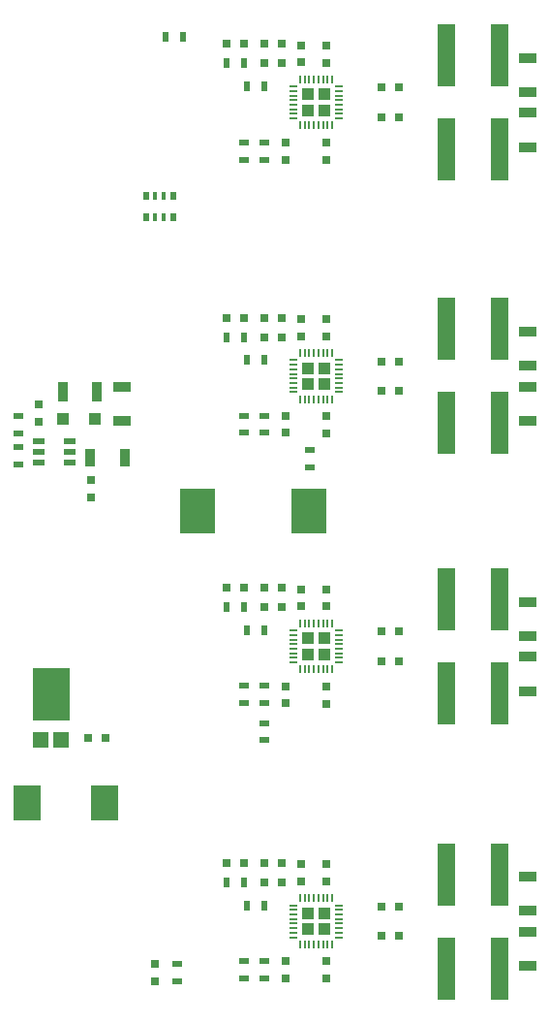
<source format=gbr>
G04 #@! TF.FileFunction,Paste,Top*
%FSLAX46Y46*%
G04 Gerber Fmt 4.6, Leading zero omitted, Abs format (unit mm)*
G04 Created by KiCad (PCBNEW 4.0.2-stable) date 06.12.2016 23:46:42*
%MOMM*%
G01*
G04 APERTURE LIST*
%ADD10C,0.100000*%
%ADD11R,0.768000X0.720000*%
%ADD12R,0.960000X1.536000*%
%ADD13R,0.720000X0.768000*%
%ADD14R,1.536000X0.960000*%
%ADD15R,3.225600X4.665600*%
%ADD16R,1.334400X1.344000*%
%ADD17R,2.399386X3.167482*%
%ADD18R,1.056000X1.056000*%
%ADD19R,3.168000X3.897600*%
%ADD20R,0.960000X1.728000*%
%ADD21R,1.536000X5.472000*%
%ADD22R,0.864000X0.480000*%
%ADD23R,0.480000X0.864000*%
%ADD24R,0.480000X0.768000*%
%ADD25R,0.384000X0.768000*%
%ADD26R,1.056000X0.576000*%
%ADD27O,0.768000X0.192000*%
%ADD28O,0.192000X0.768000*%
%ADD29R,1.044000X1.044000*%
G04 APERTURE END LIST*
D10*
D11*
X94100000Y-119800000D03*
X92600000Y-119800000D03*
D12*
X95750000Y-95325000D03*
X92750000Y-95325000D03*
D13*
X88250000Y-92175000D03*
X88250000Y-90675000D03*
D14*
X95550000Y-92125000D03*
X95550000Y-89125000D03*
D11*
X109500000Y-59200000D03*
X108000000Y-59200000D03*
X109500000Y-60900000D03*
X108000000Y-60900000D03*
D13*
X111200000Y-59300000D03*
X111200000Y-60800000D03*
X109800000Y-69300000D03*
X109800000Y-67800000D03*
X113400000Y-67800000D03*
X113400000Y-69300000D03*
X113400000Y-60850000D03*
X113400000Y-59350000D03*
D11*
X118250000Y-63000000D03*
X119750000Y-63000000D03*
X119750000Y-65600000D03*
X118250000Y-65600000D03*
D15*
X89300000Y-116000000D03*
D16*
X88380000Y-119982000D03*
X90220000Y-119982000D03*
D17*
X87198940Y-125500000D03*
X94001060Y-125500000D03*
D18*
X90350000Y-91925000D03*
X93150000Y-91925000D03*
D13*
X98400000Y-139500000D03*
X98400000Y-141000000D03*
D11*
X104700000Y-59200000D03*
X106200000Y-59200000D03*
D13*
X92800000Y-98750000D03*
X92800000Y-97250000D03*
D19*
X111890000Y-100000000D03*
X102110000Y-100000000D03*
D20*
X90350000Y-89525000D03*
X93350000Y-89525000D03*
D21*
X128550000Y-60200000D03*
X123850000Y-60200000D03*
X128550000Y-68400000D03*
X123850000Y-68400000D03*
D22*
X86450000Y-95925000D03*
X86450000Y-94425000D03*
X86450000Y-91675000D03*
X86450000Y-93175000D03*
X100325000Y-141000000D03*
X100325000Y-139500000D03*
D23*
X104700000Y-60900000D03*
X106200000Y-60900000D03*
D22*
X106200000Y-69300000D03*
X106200000Y-67800000D03*
X108000000Y-69300000D03*
X108000000Y-67800000D03*
D23*
X106450000Y-62900000D03*
X107950000Y-62900000D03*
D24*
X100000000Y-72500000D03*
D25*
X98400000Y-72500000D03*
X99200000Y-72500000D03*
D24*
X97600000Y-72500000D03*
D25*
X99200000Y-74300000D03*
D24*
X100000000Y-74300000D03*
D25*
X98400000Y-74300000D03*
D24*
X97600000Y-74300000D03*
D26*
X88250000Y-93875000D03*
X88250000Y-94825000D03*
X88250000Y-95775000D03*
X90950000Y-95775000D03*
X90950000Y-94825000D03*
X90950000Y-93875000D03*
D14*
X131000000Y-63400000D03*
X131000000Y-60400000D03*
X131000000Y-65200000D03*
X131000000Y-68200000D03*
D27*
X110500000Y-62900000D03*
X110500000Y-63300000D03*
X110500000Y-63700000D03*
X110500000Y-64100000D03*
X110500000Y-64500000D03*
X110500000Y-64900000D03*
X110500000Y-65300000D03*
X110500000Y-65700000D03*
D28*
X111100000Y-66300000D03*
X111500000Y-66300000D03*
X111900000Y-66300000D03*
X112300000Y-66300000D03*
X112700000Y-66300000D03*
X113100000Y-66300000D03*
X113500000Y-66300000D03*
X113900000Y-66300000D03*
D27*
X114500000Y-65700000D03*
X114500000Y-65300000D03*
X114500000Y-64900000D03*
X114500000Y-64500000D03*
X114500000Y-64100000D03*
X114500000Y-63700000D03*
X114500000Y-63300000D03*
X114500000Y-62900000D03*
D28*
X113900000Y-62300000D03*
X113500000Y-62300000D03*
X113100000Y-62300000D03*
X112700000Y-62300000D03*
X112300000Y-62300000D03*
X111900000Y-62300000D03*
X111500000Y-62300000D03*
X111100000Y-62300000D03*
D29*
X113200000Y-65000000D03*
X113200000Y-63600000D03*
X111800000Y-65000000D03*
X111800000Y-63600000D03*
D23*
X99340000Y-58610000D03*
X100840000Y-58610000D03*
D11*
X109500000Y-83100000D03*
X108000000Y-83100000D03*
X109500000Y-84800000D03*
X108000000Y-84800000D03*
D13*
X111200000Y-83200000D03*
X111200000Y-84700000D03*
X109800000Y-93150000D03*
X109800000Y-91650000D03*
X113400000Y-84700000D03*
X113400000Y-83200000D03*
X113400000Y-91700000D03*
X113400000Y-93200000D03*
D11*
X118200000Y-86900000D03*
X119700000Y-86900000D03*
X119700000Y-89500000D03*
X118200000Y-89500000D03*
D14*
X131000000Y-87300000D03*
X131000000Y-84300000D03*
X131000000Y-89100000D03*
X131000000Y-92100000D03*
D11*
X104700000Y-83100000D03*
X106200000Y-83100000D03*
D21*
X128550000Y-84100000D03*
X123850000Y-84100000D03*
X128550000Y-92300000D03*
X123850000Y-92300000D03*
D23*
X104700000Y-84800000D03*
X106200000Y-84800000D03*
D22*
X106200000Y-93150000D03*
X106200000Y-91650000D03*
D23*
X106450000Y-86800000D03*
X107950000Y-86800000D03*
D22*
X108000000Y-93150000D03*
X108000000Y-91650000D03*
X111950000Y-96150000D03*
X111950000Y-94650000D03*
D27*
X110500000Y-86800000D03*
X110500000Y-87200000D03*
X110500000Y-87600000D03*
X110500000Y-88000000D03*
X110500000Y-88400000D03*
X110500000Y-88800000D03*
X110500000Y-89200000D03*
X110500000Y-89600000D03*
D28*
X111100000Y-90200000D03*
X111500000Y-90200000D03*
X111900000Y-90200000D03*
X112300000Y-90200000D03*
X112700000Y-90200000D03*
X113100000Y-90200000D03*
X113500000Y-90200000D03*
X113900000Y-90200000D03*
D27*
X114500000Y-89600000D03*
X114500000Y-89200000D03*
X114500000Y-88800000D03*
X114500000Y-88400000D03*
X114500000Y-88000000D03*
X114500000Y-87600000D03*
X114500000Y-87200000D03*
X114500000Y-86800000D03*
D28*
X113900000Y-86200000D03*
X113500000Y-86200000D03*
X113100000Y-86200000D03*
X112700000Y-86200000D03*
X112300000Y-86200000D03*
X111900000Y-86200000D03*
X111500000Y-86200000D03*
X111100000Y-86200000D03*
D29*
X113200000Y-88900000D03*
X113200000Y-87500000D03*
X111800000Y-88900000D03*
X111800000Y-87500000D03*
D11*
X109500000Y-106700000D03*
X108000000Y-106700000D03*
X109500000Y-108400000D03*
X108000000Y-108400000D03*
D13*
X111200000Y-106800000D03*
X111200000Y-108300000D03*
X109800000Y-116775000D03*
X109800000Y-115275000D03*
X113400000Y-115300000D03*
X113400000Y-116800000D03*
X113400000Y-108300000D03*
X113400000Y-106800000D03*
D11*
X118200000Y-110500000D03*
X119700000Y-110500000D03*
X119700000Y-113100000D03*
X118200000Y-113100000D03*
D14*
X131000000Y-110900000D03*
X131000000Y-107900000D03*
X131000000Y-112700000D03*
X131000000Y-115700000D03*
D11*
X104700000Y-106700000D03*
X106200000Y-106700000D03*
D21*
X128550000Y-107700000D03*
X123850000Y-107700000D03*
X128550000Y-115900000D03*
X123850000Y-115900000D03*
D23*
X104700000Y-108400000D03*
X106200000Y-108400000D03*
D22*
X106200000Y-116750000D03*
X106200000Y-115250000D03*
D23*
X106450000Y-110400000D03*
X107950000Y-110400000D03*
D22*
X108000000Y-116750000D03*
X108000000Y-115250000D03*
X108000000Y-120000000D03*
X108000000Y-118500000D03*
D27*
X110500000Y-110400000D03*
X110500000Y-110800000D03*
X110500000Y-111200000D03*
X110500000Y-111600000D03*
X110500000Y-112000000D03*
X110500000Y-112400000D03*
X110500000Y-112800000D03*
X110500000Y-113200000D03*
D28*
X111100000Y-113800000D03*
X111500000Y-113800000D03*
X111900000Y-113800000D03*
X112300000Y-113800000D03*
X112700000Y-113800000D03*
X113100000Y-113800000D03*
X113500000Y-113800000D03*
X113900000Y-113800000D03*
D27*
X114500000Y-113200000D03*
X114500000Y-112800000D03*
X114500000Y-112400000D03*
X114500000Y-112000000D03*
X114500000Y-111600000D03*
X114500000Y-111200000D03*
X114500000Y-110800000D03*
X114500000Y-110400000D03*
D28*
X113900000Y-109800000D03*
X113500000Y-109800000D03*
X113100000Y-109800000D03*
X112700000Y-109800000D03*
X112300000Y-109800000D03*
X111900000Y-109800000D03*
X111500000Y-109800000D03*
X111100000Y-109800000D03*
D29*
X113200000Y-112500000D03*
X113200000Y-111100000D03*
X111800000Y-112500000D03*
X111800000Y-111100000D03*
D11*
X109500000Y-130700000D03*
X108000000Y-130700000D03*
X109500000Y-132400000D03*
X108000000Y-132400000D03*
D13*
X111200000Y-130800000D03*
X111200000Y-132300000D03*
X109800000Y-140800000D03*
X109800000Y-139300000D03*
X113400000Y-139300000D03*
X113400000Y-140800000D03*
X113400000Y-132300000D03*
X113400000Y-130800000D03*
D11*
X118200000Y-134500000D03*
X119700000Y-134500000D03*
X119700000Y-137100000D03*
X118200000Y-137100000D03*
D14*
X131000000Y-134900000D03*
X131000000Y-131900000D03*
X131000000Y-136700000D03*
X131000000Y-139700000D03*
D11*
X104700000Y-130700000D03*
X106200000Y-130700000D03*
D21*
X128550000Y-131700000D03*
X123850000Y-131700000D03*
X128550000Y-139900000D03*
X123850000Y-139900000D03*
D23*
X104700000Y-132400000D03*
X106200000Y-132400000D03*
D22*
X106200000Y-140750000D03*
X106200000Y-139250000D03*
D23*
X106450000Y-134400000D03*
X107950000Y-134400000D03*
D22*
X108000000Y-140750000D03*
X108000000Y-139250000D03*
D27*
X110500000Y-134400000D03*
X110500000Y-134800000D03*
X110500000Y-135200000D03*
X110500000Y-135600000D03*
X110500000Y-136000000D03*
X110500000Y-136400000D03*
X110500000Y-136800000D03*
X110500000Y-137200000D03*
D28*
X111100000Y-137800000D03*
X111500000Y-137800000D03*
X111900000Y-137800000D03*
X112300000Y-137800000D03*
X112700000Y-137800000D03*
X113100000Y-137800000D03*
X113500000Y-137800000D03*
X113900000Y-137800000D03*
D27*
X114500000Y-137200000D03*
X114500000Y-136800000D03*
X114500000Y-136400000D03*
X114500000Y-136000000D03*
X114500000Y-135600000D03*
X114500000Y-135200000D03*
X114500000Y-134800000D03*
X114500000Y-134400000D03*
D28*
X113900000Y-133800000D03*
X113500000Y-133800000D03*
X113100000Y-133800000D03*
X112700000Y-133800000D03*
X112300000Y-133800000D03*
X111900000Y-133800000D03*
X111500000Y-133800000D03*
X111100000Y-133800000D03*
D29*
X113200000Y-136500000D03*
X113200000Y-135100000D03*
X111800000Y-136500000D03*
X111800000Y-135100000D03*
M02*

</source>
